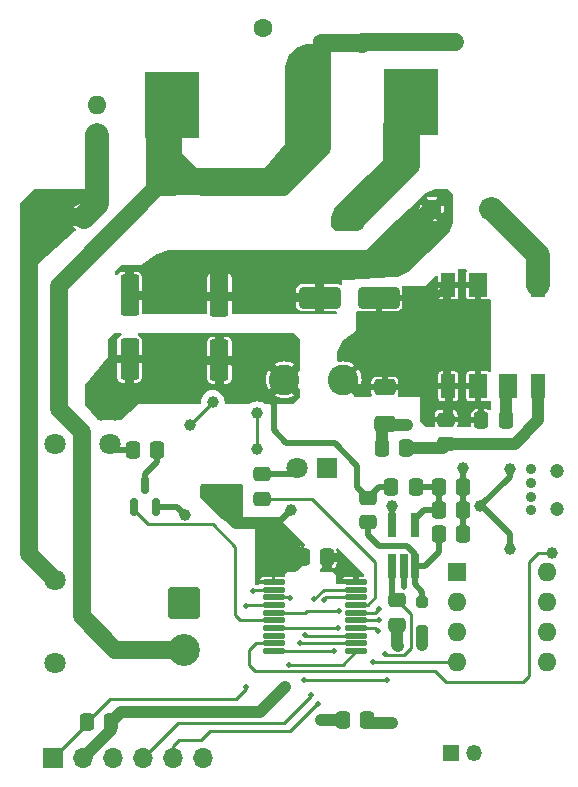
<source format=gtl>
%TF.GenerationSoftware,KiCad,Pcbnew,7.0.8*%
%TF.CreationDate,2024-01-29T20:53:26-05:00*%
%TF.ProjectId,lightlink,6c696768-746c-4696-9e6b-2e6b69636164,rev?*%
%TF.SameCoordinates,Original*%
%TF.FileFunction,Copper,L1,Top*%
%TF.FilePolarity,Positive*%
%FSLAX46Y46*%
G04 Gerber Fmt 4.6, Leading zero omitted, Abs format (unit mm)*
G04 Created by KiCad (PCBNEW 7.0.8) date 2024-01-29 20:53:26*
%MOMM*%
%LPD*%
G01*
G04 APERTURE LIST*
G04 Aperture macros list*
%AMRoundRect*
0 Rectangle with rounded corners*
0 $1 Rounding radius*
0 $2 $3 $4 $5 $6 $7 $8 $9 X,Y pos of 4 corners*
0 Add a 4 corners polygon primitive as box body*
4,1,4,$2,$3,$4,$5,$6,$7,$8,$9,$2,$3,0*
0 Add four circle primitives for the rounded corners*
1,1,$1+$1,$2,$3*
1,1,$1+$1,$4,$5*
1,1,$1+$1,$6,$7*
1,1,$1+$1,$8,$9*
0 Add four rect primitives between the rounded corners*
20,1,$1+$1,$2,$3,$4,$5,0*
20,1,$1+$1,$4,$5,$6,$7,0*
20,1,$1+$1,$6,$7,$8,$9,0*
20,1,$1+$1,$8,$9,$2,$3,0*%
G04 Aperture macros list end*
%TA.AperFunction,SMDPad,CuDef*%
%ADD10RoundRect,0.250000X0.550000X-1.500000X0.550000X1.500000X-0.550000X1.500000X-0.550000X-1.500000X0*%
%TD*%
%TA.AperFunction,ComponentPad*%
%ADD11C,2.000000*%
%TD*%
%TA.AperFunction,SMDPad,CuDef*%
%ADD12RoundRect,0.250000X0.475000X-0.337500X0.475000X0.337500X-0.475000X0.337500X-0.475000X-0.337500X0*%
%TD*%
%TA.AperFunction,SMDPad,CuDef*%
%ADD13RoundRect,0.250000X0.337500X0.475000X-0.337500X0.475000X-0.337500X-0.475000X0.337500X-0.475000X0*%
%TD*%
%TA.AperFunction,SMDPad,CuDef*%
%ADD14R,4.600000X5.700000*%
%TD*%
%TA.AperFunction,ComponentPad*%
%ADD15R,1.800000X1.800000*%
%TD*%
%TA.AperFunction,ComponentPad*%
%ADD16C,1.800000*%
%TD*%
%TA.AperFunction,SMDPad,CuDef*%
%ADD17RoundRect,0.150000X0.150000X-0.587500X0.150000X0.587500X-0.150000X0.587500X-0.150000X-0.587500X0*%
%TD*%
%TA.AperFunction,ComponentPad*%
%ADD18R,1.600000X1.600000*%
%TD*%
%TA.AperFunction,ComponentPad*%
%ADD19O,1.600000X1.600000*%
%TD*%
%TA.AperFunction,SMDPad,CuDef*%
%ADD20RoundRect,0.250000X-0.337500X-0.475000X0.337500X-0.475000X0.337500X0.475000X-0.337500X0.475000X0*%
%TD*%
%TA.AperFunction,SMDPad,CuDef*%
%ADD21RoundRect,0.250000X0.650000X-0.412500X0.650000X0.412500X-0.650000X0.412500X-0.650000X-0.412500X0*%
%TD*%
%TA.AperFunction,ComponentPad*%
%ADD22C,1.600000*%
%TD*%
%TA.AperFunction,ComponentPad*%
%ADD23R,1.350000X1.350000*%
%TD*%
%TA.AperFunction,ComponentPad*%
%ADD24O,1.350000X1.350000*%
%TD*%
%TA.AperFunction,SMDPad,CuDef*%
%ADD25RoundRect,0.250000X-0.475000X0.337500X-0.475000X-0.337500X0.475000X-0.337500X0.475000X0.337500X0*%
%TD*%
%TA.AperFunction,ComponentPad*%
%ADD26R,1.700000X1.700000*%
%TD*%
%TA.AperFunction,ComponentPad*%
%ADD27O,1.700000X1.700000*%
%TD*%
%TA.AperFunction,SMDPad,CuDef*%
%ADD28R,1.170000X2.000000*%
%TD*%
%TA.AperFunction,SMDPad,CuDef*%
%ADD29R,1.520000X2.000000*%
%TD*%
%TA.AperFunction,ComponentPad*%
%ADD30RoundRect,0.250001X-1.099999X1.099999X-1.099999X-1.099999X1.099999X-1.099999X1.099999X1.099999X0*%
%TD*%
%TA.AperFunction,ComponentPad*%
%ADD31C,2.700000*%
%TD*%
%TA.AperFunction,ComponentPad*%
%ADD32C,1.200000*%
%TD*%
%TA.AperFunction,ComponentPad*%
%ADD33C,0.900000*%
%TD*%
%TA.AperFunction,ComponentPad*%
%ADD34C,2.600000*%
%TD*%
%TA.AperFunction,SMDPad,CuDef*%
%ADD35RoundRect,0.250000X-0.250000X0.250000X-0.250000X-0.250000X0.250000X-0.250000X0.250000X0.250000X0*%
%TD*%
%TA.AperFunction,SMDPad,CuDef*%
%ADD36RoundRect,0.250000X1.500000X0.650000X-1.500000X0.650000X-1.500000X-0.650000X1.500000X-0.650000X0*%
%TD*%
%TA.AperFunction,SMDPad,CuDef*%
%ADD37RoundRect,0.125000X-0.825000X-0.125000X0.825000X-0.125000X0.825000X0.125000X-0.825000X0.125000X0*%
%TD*%
%TA.AperFunction,SMDPad,CuDef*%
%ADD38R,0.650000X2.000000*%
%TD*%
%TA.AperFunction,ViaPad*%
%ADD39C,1.000000*%
%TD*%
%TA.AperFunction,ViaPad*%
%ADD40C,0.500000*%
%TD*%
%TA.AperFunction,ViaPad*%
%ADD41C,1.500000*%
%TD*%
%TA.AperFunction,Conductor*%
%ADD42C,1.500000*%
%TD*%
%TA.AperFunction,Conductor*%
%ADD43C,0.500000*%
%TD*%
%TA.AperFunction,Conductor*%
%ADD44C,1.000000*%
%TD*%
%TA.AperFunction,Conductor*%
%ADD45C,0.250000*%
%TD*%
%TA.AperFunction,Conductor*%
%ADD46C,2.000000*%
%TD*%
G04 APERTURE END LIST*
D10*
%TO.P,C4,1*%
%TO.N,+12V*%
X121640000Y-100600000D03*
%TO.P,C4,2*%
%TO.N,GND*%
X121640000Y-95200000D03*
%TD*%
D11*
%TO.P,F1,1*%
%TO.N,LIVE_IN*%
X140290000Y-88600000D03*
%TO.P,F1,2*%
%TO.N,LIVE_IN_FUSED*%
X117790000Y-88600000D03*
%TD*%
D12*
%TO.P,R11,1*%
%TO.N,/microcontroller_logic/DIAG_LED*%
X132840000Y-112437500D03*
%TO.P,R11,2*%
%TO.N,Net-(D4-A)*%
X132840000Y-110362500D03*
%TD*%
D13*
%TO.P,C12,1*%
%TO.N,GND*%
X149877500Y-113400000D03*
%TO.P,C12,2*%
%TO.N,/power/PLI_SENSE*%
X147802500Y-113400000D03*
%TD*%
%TO.P,C11,1*%
%TO.N,GND*%
X149877500Y-115400000D03*
%TO.P,C11,2*%
%TO.N,/power/PLI_VREF*%
X147802500Y-115400000D03*
%TD*%
D10*
%TO.P,C9,1*%
%TO.N,+12V*%
X129240000Y-100700000D03*
%TO.P,C9,2*%
%TO.N,GND*%
X129240000Y-95300000D03*
%TD*%
D14*
%TO.P,J4,1,Pin_1*%
%TO.N,LIVE_IN*%
X145465000Y-78850000D03*
%TD*%
D15*
%TO.P,D4,1,K*%
%TO.N,GND*%
X138375000Y-109800000D03*
D16*
%TO.P,D4,2,A*%
%TO.N,Net-(D4-A)*%
X135835000Y-109800000D03*
%TD*%
D17*
%TO.P,Q1,1,D*%
%TO.N,Net-(Q1-D)*%
X122940000Y-111262500D03*
%TO.P,Q1,2,G*%
%TO.N,/microcontroller_logic/LOAD_SW0*%
X121990000Y-113137500D03*
%TO.P,Q1,3,S*%
%TO.N,GND*%
X123890000Y-113137500D03*
%TD*%
D18*
%TO.P,SW1,1*%
%TO.N,/microcontroller_logic/CHAN_SEL0*%
X149340000Y-118600000D03*
D19*
%TO.P,SW1,2*%
%TO.N,/microcontroller_logic/CHAN_SEL1*%
X149340000Y-121140000D03*
%TO.P,SW1,3*%
%TO.N,/microcontroller_logic/CHAN_SEL2*%
X149340000Y-123680000D03*
%TO.P,SW1,4*%
%TO.N,/microcontroller_logic/CHAN_SEL3*%
X149340000Y-126220000D03*
%TO.P,SW1,5*%
%TO.N,GND*%
X156960000Y-126220000D03*
%TO.P,SW1,6*%
X156960000Y-123680000D03*
%TO.P,SW1,7*%
X156960000Y-121140000D03*
%TO.P,SW1,8*%
X156960000Y-118600000D03*
%TD*%
D20*
%TO.P,R19,1*%
%TO.N,/power/PLI_SENSE*%
X147802500Y-111400000D03*
%TO.P,R19,2*%
%TO.N,GND*%
X149877500Y-111400000D03*
%TD*%
D21*
%TO.P,C3,1*%
%TO.N,/power/12V_FB_DIODE*%
X143240000Y-106125000D03*
%TO.P,C3,2*%
%TO.N,/power/12V_SW*%
X143240000Y-103000000D03*
%TD*%
D18*
%TO.P,C1,1*%
%TO.N,/power/LNK_IN*%
X152242651Y-87900000D03*
D22*
%TO.P,C1,2*%
%TO.N,GND*%
X147242651Y-87900000D03*
%TD*%
D13*
%TO.P,C15,1*%
%TO.N,GND*%
X141777500Y-131200000D03*
%TO.P,C15,2*%
%TO.N,+3.3V*%
X139702500Y-131200000D03*
%TD*%
D23*
%TO.P,J2,1,Pin_1*%
%TO.N,/microcontroller_logic/RF_ANT*%
X148840000Y-134000000D03*
D24*
%TO.P,J2,2,Pin_2*%
%TO.N,GND*%
X150840000Y-134000000D03*
%TD*%
D14*
%TO.P,J5,1,Pin_1*%
%TO.N,NEUTRAL_IN*%
X125240000Y-79100000D03*
%TD*%
D20*
%TO.P,R18,1*%
%TO.N,+12V*%
X143802500Y-111400000D03*
%TO.P,R18,2*%
%TO.N,/power/PLI_SENSE*%
X145877500Y-111400000D03*
%TD*%
D22*
%TO.P,RV1,1*%
%TO.N,/power/live_fbr_in*%
X132940000Y-72550000D03*
%TO.P,RV1,2*%
%TO.N,NEUTRAL_IN*%
X137940000Y-73850000D03*
%TD*%
D12*
%TO.P,R8,1*%
%TO.N,/power/12V_FB*%
X148440000Y-107800000D03*
%TO.P,R8,2*%
%TO.N,/power/12V_SW*%
X148440000Y-105725000D03*
%TD*%
D25*
%TO.P,R16,1*%
%TO.N,+12V*%
X141840000Y-112362500D03*
%TO.P,R16,2*%
%TO.N,/power/PLI_VREF*%
X141840000Y-114437500D03*
%TD*%
D26*
%TO.P,J1,1,Pin_1*%
%TO.N,/microcontroller_logic/VPP*%
X115140000Y-134400000D03*
D27*
%TO.P,J1,2,Pin_2*%
%TO.N,+3.3V*%
X117680000Y-134400000D03*
%TO.P,J1,3,Pin_3*%
%TO.N,GND*%
X120220000Y-134400000D03*
%TO.P,J1,4,Pin_4*%
%TO.N,/microcontroller_logic/ICSPDAT*%
X122760000Y-134400000D03*
%TO.P,J1,5,Pin_5*%
%TO.N,/microcontroller_logic/ICSPCLK*%
X125300000Y-134400000D03*
%TO.P,J1,6,Pin_6*%
%TO.N,unconnected-(J1-Pin_6-Pad6)*%
X127840000Y-134400000D03*
%TD*%
D28*
%TO.P,U3,1,S*%
%TO.N,/power/12V_SW*%
X148630000Y-102900000D03*
D29*
%TO.P,U3,2,S*%
X151170000Y-102900000D03*
%TO.P,U3,3,BP*%
%TO.N,Net-(U3-BP)*%
X153710000Y-102900000D03*
D28*
%TO.P,U3,4,FB*%
%TO.N,/power/12V_FB*%
X156250000Y-102900000D03*
%TO.P,U3,5,D*%
%TO.N,/power/LNK_IN*%
X156250000Y-94300000D03*
D29*
%TO.P,U3,7,S*%
%TO.N,/power/12V_SW*%
X151170000Y-94300000D03*
D28*
%TO.P,U3,8,S*%
X148630000Y-94300000D03*
%TD*%
D20*
%TO.P,R17,1*%
%TO.N,Net-(D6-A)*%
X121902500Y-108300000D03*
%TO.P,R17,2*%
%TO.N,Net-(Q1-D)*%
X123977500Y-108300000D03*
%TD*%
D30*
%TO.P,J3,1,AC_P*%
%TO.N,LIVE_OUT*%
X126240000Y-121240000D03*
D31*
%TO.P,J3,2,AC_N*%
%TO.N,NEUTRAL_IN*%
X126240000Y-125200000D03*
%TD*%
D32*
%TO.P,SW2,*%
%TO.N,*%
X157840000Y-110075000D03*
X157840000Y-113275000D03*
D33*
%TO.P,SW2,1,S1*%
%TO.N,/microcontroller_logic/BUTTON_IN*%
X155640000Y-111100000D03*
%TO.P,SW2,2,L1*%
%TO.N,unconnected-(SW2-L1-Pad2)*%
X155640000Y-109950000D03*
%TO.P,SW2,3,L2*%
%TO.N,unconnected-(SW2-L2-Pad3)*%
X155640000Y-113400000D03*
%TO.P,SW2,4,S2*%
%TO.N,GND*%
X155640000Y-112250000D03*
%TD*%
D34*
%TO.P,L1,1,1*%
%TO.N,/power/12V_SW*%
X139740000Y-102362500D03*
%TO.P,L1,2,2*%
%TO.N,+12V*%
X134740000Y-102362500D03*
%TD*%
D35*
%TO.P,D5,1,K*%
%TO.N,/power/PLI_VREF*%
X146440000Y-121150000D03*
%TO.P,D5,2,A*%
%TO.N,GND*%
X146440000Y-123650000D03*
%TD*%
D13*
%TO.P,C2,1*%
%TO.N,Net-(U3-BP)*%
X153477500Y-105800000D03*
%TO.P,C2,2*%
%TO.N,/power/12V_SW*%
X151402500Y-105800000D03*
%TD*%
%TO.P,R1,1*%
%TO.N,+3.3V*%
X120077500Y-131300000D03*
%TO.P,R1,2*%
%TO.N,/microcontroller_logic/VPP*%
X118002500Y-131300000D03*
%TD*%
%TO.P,R7,1*%
%TO.N,/power/12V_FB*%
X145077500Y-108100000D03*
%TO.P,R7,2*%
%TO.N,/power/12V_FB_DIODE*%
X143002500Y-108100000D03*
%TD*%
D22*
%TO.P,R9,1*%
%TO.N,LIVE_IN_FUSED*%
X118900000Y-81645000D03*
D19*
%TO.P,R9,2*%
%TO.N,/power/live_fbr_in*%
X118900000Y-79105000D03*
%TD*%
D12*
%TO.P,C13,1*%
%TO.N,GND*%
X144290000Y-123087500D03*
%TO.P,C13,2*%
%TO.N,POWER_LOSS_INT*%
X144290000Y-121012500D03*
%TD*%
D36*
%TO.P,D2,1,K*%
%TO.N,/power/12V_SW*%
X142740000Y-95400000D03*
%TO.P,D2,2,A*%
%TO.N,GND*%
X137740000Y-95400000D03*
%TD*%
D13*
%TO.P,C14,1*%
%TO.N,GND*%
X138377500Y-117400000D03*
%TO.P,C14,2*%
%TO.N,+3.3V*%
X136302500Y-117400000D03*
%TD*%
D16*
%TO.P,K1,13*%
%TO.N,LIVE_IN_FUSED*%
X115290000Y-119300000D03*
%TO.P,K1,14*%
%TO.N,LIVE_OUT*%
X115290000Y-126300000D03*
%TO.P,K1,A1*%
%TO.N,+12V*%
X115290000Y-107800000D03*
%TO.P,K1,A2*%
%TO.N,Net-(D6-A)*%
X119990000Y-107800000D03*
%TD*%
D37*
%TO.P,U1,1,VDD*%
%TO.N,+3.3V*%
X133840000Y-119475000D03*
%TO.P,U1,2,RA5*%
%TO.N,/microcontroller_logic/RF_INT*%
X133840000Y-120125000D03*
%TO.P,U1,3,RA4*%
%TO.N,POWER_LOSS_INT*%
X133840000Y-120775000D03*
%TO.P,U1,4,RA3/~{MCLR}/VPP*%
%TO.N,/microcontroller_logic/VPP*%
X133840000Y-121425000D03*
%TO.P,U1,5,RC5*%
%TO.N,/microcontroller_logic/RF_RESET*%
X133840000Y-122075000D03*
%TO.P,U1,6,RC4*%
%TO.N,/microcontroller_logic/LOAD_SW0*%
X133840000Y-122725000D03*
%TO.P,U1,7,RC3*%
%TO.N,/microcontroller_logic/CHAN_SEL3*%
X133840000Y-123375000D03*
%TO.P,U1,8,RC6*%
%TO.N,unconnected-(U1-RC6-Pad8)*%
X133840000Y-124025000D03*
%TO.P,U1,9,RC7*%
%TO.N,/microcontroller_logic/BUTTON_IN*%
X133840000Y-124675000D03*
%TO.P,U1,10,RB7*%
%TO.N,/microcontroller_logic/SPI_CS*%
X133840000Y-125325000D03*
%TO.P,U1,11,RB6*%
%TO.N,/microcontroller_logic/SPI_MISO*%
X140840000Y-125325000D03*
%TO.P,U1,12,RB5*%
%TO.N,/microcontroller_logic/SPI_MOSI*%
X140840000Y-124675000D03*
%TO.P,U1,13,RB4*%
%TO.N,/microcontroller_logic/SPI_CLK*%
X140840000Y-124025000D03*
%TO.P,U1,14,RC2*%
%TO.N,/microcontroller_logic/CHAN_SEL2*%
X140840000Y-123375000D03*
%TO.P,U1,15,RC1*%
%TO.N,/microcontroller_logic/CHAN_SEL1*%
X140840000Y-122725000D03*
%TO.P,U1,16,RC0*%
%TO.N,/microcontroller_logic/CHAN_SEL0*%
X140840000Y-122075000D03*
%TO.P,U1,17,RA2*%
%TO.N,/microcontroller_logic/DIAG_LED*%
X140840000Y-121425000D03*
%TO.P,U1,18,RA1/ICSPCLK*%
%TO.N,/microcontroller_logic/ICSPCLK*%
X140840000Y-120775000D03*
%TO.P,U1,19,RA0/ICSPDAT*%
%TO.N,/microcontroller_logic/ICSPDAT*%
X140840000Y-120125000D03*
%TO.P,U1,20,VSS*%
%TO.N,GND*%
X140840000Y-119475000D03*
%TD*%
D38*
%TO.P,U5,1*%
%TO.N,POWER_LOSS_INT*%
X143890000Y-118110000D03*
%TO.P,U5,2,V-*%
%TO.N,GND*%
X144840000Y-118110000D03*
%TO.P,U5,3,+*%
%TO.N,/power/PLI_VREF*%
X145790000Y-118110000D03*
%TO.P,U5,4,-*%
%TO.N,/power/PLI_SENSE*%
X145790000Y-114690000D03*
%TO.P,U5,5,V+*%
%TO.N,+3.3V*%
X143890000Y-114690000D03*
%TD*%
D39*
%TO.N,GND*%
X125940000Y-93600000D03*
X149840000Y-109800000D03*
X130840000Y-92600000D03*
X144340000Y-124900000D03*
X146440000Y-124800000D03*
D40*
X140690000Y-118500000D03*
X140090000Y-117906233D03*
D39*
X126340000Y-113775500D03*
X124740000Y-92400000D03*
X127240000Y-92400000D03*
X124740000Y-93600000D03*
X123540000Y-93600000D03*
X143840000Y-131400000D03*
X128440000Y-92400000D03*
X127240000Y-93600000D03*
X131600000Y-93700000D03*
D40*
X144840000Y-119900000D03*
D39*
X125940000Y-92400000D03*
%TO.N,+12V*%
X121040000Y-104200000D03*
X119840000Y-104200000D03*
X120440000Y-105300000D03*
X118640000Y-104200000D03*
X119240000Y-105300000D03*
%TO.N,+3.3V*%
X143890000Y-113050000D03*
X137840000Y-131200000D03*
X133440000Y-118100000D03*
X130640000Y-112200000D03*
X153840000Y-109900000D03*
X153877500Y-116650000D03*
X128340000Y-112200000D03*
X132440000Y-105200000D03*
X134793249Y-128346751D03*
X135340000Y-113400000D03*
X132440000Y-108200000D03*
X151340000Y-113050000D03*
D40*
%TO.N,POWER_LOSS_INT*%
X143240000Y-125600000D03*
X135240000Y-120800000D03*
X143440000Y-127800000D03*
X136440000Y-127800000D03*
D39*
%TO.N,/microcontroller_logic/BUTTON_IN*%
X157440000Y-117000000D03*
D41*
%TO.N,NEUTRAL_IN*%
X149240000Y-73800000D03*
D40*
%TO.N,/microcontroller_logic/VPP*%
X131490000Y-128400000D03*
X131490000Y-121500000D03*
%TO.N,/microcontroller_logic/ICSPDAT*%
X137040000Y-129050000D03*
X137240000Y-120950000D03*
%TO.N,/microcontroller_logic/ICSPCLK*%
X137640000Y-129850000D03*
X138090000Y-121000000D03*
%TO.N,/microcontroller_logic/CHAN_SEL3*%
X139264500Y-123350000D03*
X142290000Y-126250000D03*
%TO.N,/microcontroller_logic/CHAN_SEL2*%
X142690000Y-123600000D03*
%TO.N,/microcontroller_logic/CHAN_SEL1*%
X142740000Y-122700000D03*
%TO.N,/microcontroller_logic/CHAN_SEL0*%
X142740000Y-121800000D03*
%TO.N,/microcontroller_logic/RF_INT*%
X132090000Y-120250000D03*
%TO.N,/microcontroller_logic/RF_RESET*%
X139340000Y-121900000D03*
%TO.N,/microcontroller_logic/SPI_CS*%
X138990000Y-125350000D03*
%TO.N,/microcontroller_logic/SPI_MISO*%
X135140000Y-126475500D03*
%TO.N,/microcontroller_logic/SPI_MOSI*%
X136090000Y-124650000D03*
%TO.N,/microcontroller_logic/SPI_CLK*%
X136540000Y-123950000D03*
D39*
%TO.N,/power/12V_FB_DIODE*%
X145122134Y-106158614D03*
%TO.N,/power/3v3_SW*%
X128690000Y-104250000D03*
X126740000Y-106200000D03*
%TD*%
D42*
%TO.N,GND*%
X147242651Y-87900000D02*
X142542651Y-92600000D01*
D43*
X149877500Y-115400000D02*
X149877500Y-109837500D01*
D44*
X144290000Y-123087500D02*
X144290000Y-124850000D01*
X141977500Y-131400000D02*
X141777500Y-131200000D01*
D45*
X139340000Y-117400000D02*
X138377500Y-117400000D01*
D44*
X143840000Y-131400000D02*
X141977500Y-131400000D01*
D43*
X123890000Y-113137500D02*
X125702000Y-113137500D01*
X125702000Y-113137500D02*
X126340000Y-113775500D01*
D44*
X146440000Y-124800000D02*
X146440000Y-123650000D01*
D42*
X129240000Y-93000000D02*
X129240000Y-95300000D01*
X142542651Y-92600000D02*
X129640000Y-92600000D01*
X128440000Y-92400000D02*
X129240000Y-93000000D01*
D45*
X140840000Y-118900000D02*
X139340000Y-117400000D01*
D43*
X144840000Y-118110000D02*
X144840000Y-119900000D01*
D45*
X140840000Y-119475000D02*
X140840000Y-118900000D01*
D43*
X149877500Y-109837500D02*
X149840000Y-109800000D01*
D44*
X144290000Y-124850000D02*
X144340000Y-124900000D01*
D42*
X129640000Y-92600000D02*
X128440000Y-92400000D01*
D44*
%TO.N,Net-(U3-BP)*%
X153477500Y-105800000D02*
X153477500Y-103132500D01*
X153477500Y-103132500D02*
X153710000Y-102900000D01*
D43*
%TO.N,+12V*%
X142802500Y-111400000D02*
X141840000Y-112362500D01*
X134900000Y-107700000D02*
X133840000Y-106640000D01*
X143802500Y-111400000D02*
X142802500Y-111400000D01*
X140940000Y-111462500D02*
X140940000Y-109640000D01*
X133840000Y-106640000D02*
X133840000Y-104400000D01*
X133840000Y-104400000D02*
X130140000Y-100700000D01*
X140940000Y-109640000D02*
X139000000Y-107700000D01*
X141840000Y-112362500D02*
X140940000Y-111462500D01*
X139000000Y-107700000D02*
X134900000Y-107700000D01*
X130140000Y-100700000D02*
X129240000Y-100700000D01*
%TO.N,+3.3V*%
X143940000Y-113000000D02*
X143890000Y-113050000D01*
X151490000Y-113050000D02*
X151340000Y-113050000D01*
D44*
X120927500Y-130450000D02*
X120077500Y-131300000D01*
X133440000Y-118100000D02*
X135602500Y-118100000D01*
D43*
X153877500Y-115437500D02*
X151490000Y-113050000D01*
D44*
X133402500Y-114500000D02*
X134071250Y-115168750D01*
X135602500Y-118100000D02*
X136302500Y-117400000D01*
X134071250Y-115168750D02*
X135821250Y-116918750D01*
D43*
X134071250Y-114668750D02*
X134071250Y-115168750D01*
D45*
X132440000Y-108200000D02*
X132440000Y-105200000D01*
D43*
X153877500Y-116650000D02*
X153877500Y-115437500D01*
X153840000Y-110550000D02*
X153840000Y-109900000D01*
D44*
X129590000Y-113450000D02*
X130640000Y-114500000D01*
X130640000Y-112400000D02*
X129590000Y-113450000D01*
X128340000Y-112200000D02*
X129590000Y-113450000D01*
D43*
X143890000Y-114690000D02*
X143890000Y-113050000D01*
X151340000Y-113050000D02*
X153840000Y-110550000D01*
D44*
X132690000Y-130450000D02*
X120927500Y-130450000D01*
X120077500Y-132002500D02*
X120077500Y-131300000D01*
X130640000Y-112200000D02*
X130640000Y-112400000D01*
X135821250Y-116918750D02*
X135821250Y-117881250D01*
D43*
X135340000Y-113400000D02*
X134071250Y-114668750D01*
D44*
X130640000Y-114500000D02*
X133402500Y-114500000D01*
X117680000Y-134400000D02*
X120077500Y-132002500D01*
X134793249Y-128346751D02*
X132690000Y-130450000D01*
X139702500Y-131200000D02*
X137840000Y-131200000D01*
D43*
%TO.N,POWER_LOSS_INT*%
X143840000Y-121362500D02*
X143840000Y-118160000D01*
D45*
X145440000Y-125100000D02*
X145440000Y-122162500D01*
X135215000Y-120775000D02*
X135240000Y-120800000D01*
X133840000Y-120775000D02*
X135215000Y-120775000D01*
X143340000Y-125700000D02*
X144840000Y-125700000D01*
X143240000Y-125600000D02*
X143340000Y-125700000D01*
X144840000Y-125700000D02*
X145440000Y-125100000D01*
X136440000Y-127800000D02*
X143440000Y-127800000D01*
D43*
X143840000Y-118160000D02*
X143890000Y-118110000D01*
D45*
X145440000Y-122162500D02*
X144290000Y-121012500D01*
%TO.N,/microcontroller_logic/BUTTON_IN*%
X154990000Y-127950000D02*
X155490000Y-127450000D01*
X132290000Y-127050000D02*
X147540000Y-127050000D01*
X133840000Y-124675000D02*
X132315000Y-124675000D01*
X131790000Y-125200000D02*
X131790000Y-126550000D01*
X156240000Y-117000000D02*
X157440000Y-117000000D01*
X147540000Y-127050000D02*
X148440000Y-127950000D01*
X155490000Y-127450000D02*
X155490000Y-117750000D01*
X148440000Y-127950000D02*
X154990000Y-127950000D01*
X132315000Y-124675000D02*
X131790000Y-125200000D01*
X131790000Y-126550000D02*
X132290000Y-127050000D01*
X155490000Y-117750000D02*
X156240000Y-117000000D01*
D42*
%TO.N,NEUTRAL_IN*%
X117640000Y-122400000D02*
X120440000Y-125200000D01*
X125240000Y-79100000D02*
X125240000Y-83400000D01*
X141440000Y-73800000D02*
X149240000Y-73800000D01*
X126540000Y-84700000D02*
X127840000Y-86000000D01*
X125240000Y-83400000D02*
X126540000Y-84700000D01*
X137940000Y-82700000D02*
X137940000Y-73850000D01*
X141290000Y-73850000D02*
X141340000Y-73900000D01*
X125340000Y-84700000D02*
X115640000Y-94400000D01*
X137940000Y-73850000D02*
X141290000Y-73850000D01*
X126540000Y-84700000D02*
X125340000Y-84700000D01*
X120440000Y-125200000D02*
X126240000Y-125200000D01*
X127840000Y-86000000D02*
X134640000Y-86000000D01*
X141340000Y-73900000D02*
X141440000Y-73800000D01*
X115640000Y-94400000D02*
X115640000Y-104800000D01*
X134640000Y-86000000D02*
X137940000Y-82700000D01*
X115640000Y-104800000D02*
X117640000Y-106800000D01*
X117640000Y-106800000D02*
X117640000Y-122400000D01*
D43*
%TO.N,Net-(D4-A)*%
X132840000Y-110362500D02*
X135272500Y-110362500D01*
X135272500Y-110362500D02*
X135835000Y-109800000D01*
%TO.N,Net-(D6-A)*%
X120290000Y-108300000D02*
X119640000Y-107650000D01*
X121902500Y-108300000D02*
X120490000Y-108300000D01*
X120490000Y-108300000D02*
X119990000Y-107800000D01*
D42*
%TO.N,LIVE_IN*%
X141100000Y-88600000D02*
X140290000Y-88600000D01*
X145465000Y-84235000D02*
X141100000Y-88600000D01*
X145465000Y-78850000D02*
X145465000Y-84235000D01*
D46*
%TO.N,LIVE_IN_FUSED*%
X117790000Y-88600000D02*
X118900000Y-87490000D01*
D42*
X117790000Y-88600000D02*
X114640000Y-88600000D01*
X114640000Y-88600000D02*
X113090000Y-90150000D01*
D46*
X118900000Y-87490000D02*
X118900000Y-81645000D01*
D42*
X113090000Y-90150000D02*
X113090000Y-117100000D01*
X113090000Y-117100000D02*
X115290000Y-119300000D01*
D45*
%TO.N,/microcontroller_logic/VPP*%
X131490000Y-128400000D02*
X131490000Y-128550000D01*
X118002500Y-131300000D02*
X118002500Y-131537500D01*
X133840000Y-121425000D02*
X131565000Y-121425000D01*
X131490000Y-128550000D02*
X130690000Y-129350000D01*
X130690000Y-129350000D02*
X119952500Y-129350000D01*
X119952500Y-129350000D02*
X118002500Y-131300000D01*
X118002500Y-131537500D02*
X115140000Y-134400000D01*
X131565000Y-121425000D02*
X131490000Y-121500000D01*
%TO.N,/microcontroller_logic/ICSPDAT*%
X137040000Y-129150000D02*
X134740000Y-131450000D01*
X137040000Y-129050000D02*
X137040000Y-129150000D01*
X134740000Y-131450000D02*
X125710000Y-131450000D01*
X125710000Y-131450000D02*
X122760000Y-134400000D01*
X138065000Y-120125000D02*
X137240000Y-120950000D01*
X140840000Y-120125000D02*
X138065000Y-120125000D01*
%TO.N,/microcontroller_logic/ICSPCLK*%
X137640000Y-129850000D02*
X137490000Y-129850000D01*
X128479946Y-132100000D02*
X127679946Y-132900000D01*
X125300000Y-133390000D02*
X125300000Y-134400000D01*
X138315000Y-120775000D02*
X138090000Y-121000000D01*
X125790000Y-132900000D02*
X125300000Y-133390000D01*
X127679946Y-132900000D02*
X125790000Y-132900000D01*
X137490000Y-129850000D02*
X135240000Y-132100000D01*
X135240000Y-132100000D02*
X128479946Y-132100000D01*
X140840000Y-120775000D02*
X138315000Y-120775000D01*
D43*
%TO.N,Net-(Q1-D)*%
X122940000Y-110350000D02*
X123977500Y-109312500D01*
X123977500Y-109312500D02*
X123977500Y-108300000D01*
X122940000Y-111262500D02*
X122940000Y-110350000D01*
D45*
X122940000Y-111262500D02*
X122940000Y-110600000D01*
%TO.N,/microcontroller_logic/LOAD_SW0*%
X131015000Y-122725000D02*
X130590000Y-122300000D01*
X130590000Y-116500000D02*
X128690000Y-114600000D01*
X123190000Y-114600000D02*
X121990000Y-113400000D01*
X128690000Y-114600000D02*
X123190000Y-114600000D01*
X133840000Y-122725000D02*
X131015000Y-122725000D01*
X130590000Y-122300000D02*
X130590000Y-116500000D01*
X121990000Y-113400000D02*
X121990000Y-113137500D01*
%TO.N,/microcontroller_logic/CHAN_SEL3*%
X142290000Y-126250000D02*
X142320000Y-126220000D01*
X133840000Y-123375000D02*
X139239500Y-123375000D01*
X139239500Y-123375000D02*
X139264500Y-123350000D01*
X142320000Y-126220000D02*
X149340000Y-126220000D01*
%TO.N,/microcontroller_logic/CHAN_SEL2*%
X142465000Y-123375000D02*
X142690000Y-123600000D01*
X140840000Y-123375000D02*
X142465000Y-123375000D01*
%TO.N,/microcontroller_logic/CHAN_SEL1*%
X142715000Y-122725000D02*
X142740000Y-122700000D01*
X140840000Y-122725000D02*
X142715000Y-122725000D01*
%TO.N,/microcontroller_logic/CHAN_SEL0*%
X142465000Y-122075000D02*
X142740000Y-121800000D01*
X140840000Y-122075000D02*
X142465000Y-122075000D01*
%TO.N,/microcontroller_logic/DIAG_LED*%
X142440000Y-117750000D02*
X137127500Y-112437500D01*
X140840000Y-121425000D02*
X141790000Y-121425000D01*
X141790000Y-121425000D02*
X142440000Y-120775000D01*
X137127500Y-112437500D02*
X132840000Y-112437500D01*
X142440000Y-120775000D02*
X142440000Y-117750000D01*
%TO.N,/microcontroller_logic/RF_INT*%
X133840000Y-120125000D02*
X132215000Y-120125000D01*
X132215000Y-120125000D02*
X132090000Y-120250000D01*
%TO.N,/microcontroller_logic/RF_RESET*%
X136465000Y-122075000D02*
X136640000Y-121900000D01*
X133840000Y-122075000D02*
X136465000Y-122075000D01*
X136640000Y-121900000D02*
X139340000Y-121900000D01*
%TO.N,/microcontroller_logic/SPI_CS*%
X133840000Y-125325000D02*
X138965000Y-125325000D01*
X138965000Y-125325000D02*
X138990000Y-125350000D01*
%TO.N,/microcontroller_logic/SPI_MISO*%
X140840000Y-125325000D02*
X139689500Y-126475500D01*
X139689500Y-126475500D02*
X135140000Y-126475500D01*
%TO.N,/microcontroller_logic/SPI_MOSI*%
X140840000Y-124675000D02*
X136115000Y-124675000D01*
X136115000Y-124675000D02*
X136090000Y-124650000D01*
%TO.N,/microcontroller_logic/SPI_CLK*%
X136615000Y-124025000D02*
X136540000Y-123950000D01*
X140840000Y-124025000D02*
X136615000Y-124025000D01*
D46*
%TO.N,/power/LNK_IN*%
X152242651Y-87900000D02*
X152340000Y-87900000D01*
X152340000Y-87900000D02*
X156250000Y-91810000D01*
X156250000Y-91810000D02*
X156250000Y-94300000D01*
D43*
%TO.N,/power/12V_SW*%
X147467500Y-95462500D02*
X148630000Y-94300000D01*
X147405000Y-95400000D02*
X142740000Y-95400000D01*
X142840000Y-103000000D02*
X139877500Y-103000000D01*
X139877500Y-103000000D02*
X139240000Y-102362500D01*
X142977500Y-102862500D02*
X142840000Y-103000000D01*
X147467500Y-95462500D02*
X147405000Y-95400000D01*
X148802500Y-103302500D02*
X148400000Y-102900000D01*
X148400000Y-94300000D02*
X148400000Y-102900000D01*
D44*
X150877500Y-102962500D02*
X150940000Y-102900000D01*
D43*
X148802500Y-105800000D02*
X148802500Y-103302500D01*
D44*
%TO.N,/power/12V_FB_DIODE*%
X143002500Y-106362500D02*
X143240000Y-106125000D01*
X142873614Y-106158614D02*
X142840000Y-106125000D01*
X145122134Y-106158614D02*
X142873614Y-106158614D01*
X143002500Y-108100000D02*
X143002500Y-106362500D01*
D45*
%TO.N,/power/3v3_SW*%
X128690000Y-104250000D02*
X126740000Y-106200000D01*
D43*
%TO.N,/power/PLI_VREF*%
X141840000Y-115500000D02*
X142740000Y-116400000D01*
X147802500Y-115400000D02*
X147802500Y-116937500D01*
X145091396Y-116400000D02*
X145790000Y-117098604D01*
X141840000Y-114437500D02*
X141840000Y-115500000D01*
X146630000Y-118110000D02*
X145790000Y-118110000D01*
X146440000Y-121150000D02*
X146440000Y-120300000D01*
X145790000Y-119650000D02*
X145790000Y-118110000D01*
X146440000Y-120300000D02*
X145790000Y-119650000D01*
X145790000Y-117098604D02*
X145790000Y-118110000D01*
X142740000Y-116400000D02*
X145091396Y-116400000D01*
X147802500Y-116937500D02*
X146630000Y-118110000D01*
%TO.N,/power/PLI_SENSE*%
X146540000Y-113400000D02*
X145790000Y-114150000D01*
X145790000Y-114150000D02*
X145790000Y-114690000D01*
X146540000Y-113400000D02*
X147802500Y-113400000D01*
X145877500Y-111400000D02*
X147802500Y-111400000D01*
X147802500Y-113400000D02*
X147802500Y-111400000D01*
D44*
%TO.N,/power/12V_FB*%
X148440000Y-107800000D02*
X154240000Y-107800000D01*
X156250000Y-105790000D02*
X156250000Y-102900000D01*
X145077500Y-108100000D02*
X148140000Y-108100000D01*
X148140000Y-108100000D02*
X148440000Y-107800000D01*
X154240000Y-107800000D02*
X156250000Y-105790000D01*
%TD*%
%TA.AperFunction,Conductor*%
%TO.N,/power/12V_SW*%
G36*
X150144833Y-93019685D02*
G01*
X150190588Y-93072489D01*
X150200532Y-93141647D01*
X150180896Y-93192891D01*
X150174504Y-93202455D01*
X150174503Y-93202459D01*
X150160000Y-93275371D01*
X150160000Y-94050000D01*
X151296000Y-94050000D01*
X151363039Y-94069685D01*
X151408794Y-94122489D01*
X151420000Y-94174000D01*
X151420000Y-95550000D01*
X151954626Y-95550000D01*
X151954628Y-95549999D01*
X152027540Y-95535496D01*
X152027541Y-95535496D01*
X152047108Y-95522422D01*
X152113786Y-95501544D01*
X152181166Y-95520028D01*
X152227856Y-95572006D01*
X152240000Y-95625524D01*
X152240000Y-101574475D01*
X152220315Y-101641514D01*
X152167511Y-101687269D01*
X152098353Y-101697213D01*
X152047111Y-101677578D01*
X152027546Y-101664505D01*
X152027540Y-101664503D01*
X151954627Y-101650000D01*
X151420000Y-101650000D01*
X151420000Y-104150000D01*
X151954626Y-104150000D01*
X151954628Y-104149999D01*
X152027540Y-104135496D01*
X152027541Y-104135496D01*
X152047108Y-104122422D01*
X152113786Y-104101544D01*
X152181166Y-104120028D01*
X152227856Y-104172006D01*
X152240000Y-104225524D01*
X152240000Y-104826997D01*
X152220315Y-104894036D01*
X152167511Y-104939791D01*
X152098353Y-104949735D01*
X152041689Y-104926263D01*
X151982093Y-104881649D01*
X151982086Y-104881645D01*
X151847379Y-104831403D01*
X151847372Y-104831401D01*
X151787844Y-104825000D01*
X151652500Y-104825000D01*
X151652500Y-105926000D01*
X151632815Y-105993039D01*
X151580011Y-106038794D01*
X151528500Y-106050000D01*
X150565000Y-106050000D01*
X150565000Y-106276000D01*
X150545315Y-106343039D01*
X150492511Y-106388794D01*
X150441000Y-106400000D01*
X149501360Y-106400000D01*
X149434321Y-106380315D01*
X149388566Y-106327511D01*
X149378622Y-106258353D01*
X149385178Y-106232666D01*
X149408597Y-106169876D01*
X149408598Y-106169872D01*
X149414999Y-106110344D01*
X149415000Y-106110327D01*
X149415000Y-105975000D01*
X147465000Y-105975000D01*
X147465000Y-106110344D01*
X147471401Y-106169872D01*
X147471402Y-106169876D01*
X147494822Y-106232666D01*
X147499806Y-106302358D01*
X147466322Y-106363681D01*
X147404999Y-106397166D01*
X147378640Y-106400000D01*
X146791362Y-106400000D01*
X146724323Y-106380315D01*
X146703681Y-106363681D01*
X146276319Y-105936319D01*
X146242834Y-105874996D01*
X146240000Y-105848638D01*
X146240000Y-105550000D01*
X150565000Y-105550000D01*
X151152500Y-105550000D01*
X151152500Y-104825000D01*
X151017155Y-104825000D01*
X150957627Y-104831401D01*
X150957620Y-104831403D01*
X150822913Y-104881645D01*
X150822906Y-104881649D01*
X150707812Y-104967809D01*
X150707809Y-104967812D01*
X150621649Y-105082906D01*
X150621645Y-105082913D01*
X150571403Y-105217620D01*
X150571401Y-105217627D01*
X150565000Y-105277155D01*
X150565000Y-105550000D01*
X146240000Y-105550000D01*
X146240000Y-105475000D01*
X147465000Y-105475000D01*
X148190000Y-105475000D01*
X148190000Y-104887500D01*
X148690000Y-104887500D01*
X148690000Y-105475000D01*
X149415000Y-105475000D01*
X149415000Y-105339672D01*
X149414999Y-105339655D01*
X149408598Y-105280127D01*
X149408596Y-105280120D01*
X149358354Y-105145413D01*
X149358350Y-105145406D01*
X149272190Y-105030312D01*
X149272187Y-105030309D01*
X149157093Y-104944149D01*
X149157086Y-104944145D01*
X149022379Y-104893903D01*
X149022372Y-104893901D01*
X148962844Y-104887500D01*
X148690000Y-104887500D01*
X148190000Y-104887500D01*
X147917155Y-104887500D01*
X147857627Y-104893901D01*
X147857620Y-104893903D01*
X147722913Y-104944145D01*
X147722906Y-104944149D01*
X147607812Y-105030309D01*
X147607809Y-105030312D01*
X147521649Y-105145406D01*
X147521645Y-105145413D01*
X147471403Y-105280120D01*
X147471401Y-105280127D01*
X147465000Y-105339655D01*
X147465000Y-105475000D01*
X146240000Y-105475000D01*
X146240000Y-104300000D01*
X146240000Y-103800000D01*
X145740000Y-103800000D01*
X144457712Y-103800000D01*
X144390673Y-103780315D01*
X144344918Y-103727511D01*
X144334974Y-103658353D01*
X144341530Y-103632667D01*
X144383596Y-103519879D01*
X144383598Y-103519872D01*
X144389999Y-103460344D01*
X144390000Y-103460327D01*
X144390000Y-103250000D01*
X142090000Y-103250000D01*
X142090000Y-103460344D01*
X142096401Y-103519872D01*
X142096403Y-103519879D01*
X142138470Y-103632667D01*
X142143454Y-103702359D01*
X142109969Y-103763682D01*
X142048645Y-103797166D01*
X142022288Y-103800000D01*
X140766652Y-103800000D01*
X140699613Y-103780315D01*
X140653858Y-103727511D01*
X140643512Y-103661425D01*
X140647942Y-103623994D01*
X139987534Y-102963586D01*
X140055629Y-102936626D01*
X140188492Y-102840095D01*
X140293175Y-102713555D01*
X140341631Y-102610579D01*
X141001494Y-103270442D01*
X141075302Y-103150000D01*
X147795000Y-103150000D01*
X147795000Y-103924628D01*
X147809503Y-103997540D01*
X147809505Y-103997544D01*
X147864760Y-104080239D01*
X147947455Y-104135494D01*
X147947459Y-104135496D01*
X148020371Y-104149999D01*
X148020374Y-104150000D01*
X148380000Y-104150000D01*
X148380000Y-103150000D01*
X148880000Y-103150000D01*
X148880000Y-104150000D01*
X149239626Y-104150000D01*
X149239628Y-104149999D01*
X149312540Y-104135496D01*
X149312544Y-104135494D01*
X149395239Y-104080239D01*
X149450494Y-103997544D01*
X149450496Y-103997540D01*
X149464999Y-103924628D01*
X149465000Y-103924626D01*
X149465000Y-103150000D01*
X150160000Y-103150000D01*
X150160000Y-103924628D01*
X150174503Y-103997540D01*
X150174505Y-103997544D01*
X150229760Y-104080239D01*
X150312455Y-104135494D01*
X150312459Y-104135496D01*
X150385371Y-104149999D01*
X150385374Y-104150000D01*
X150920000Y-104150000D01*
X150920000Y-103150000D01*
X150160000Y-103150000D01*
X149465000Y-103150000D01*
X148880000Y-103150000D01*
X148380000Y-103150000D01*
X147795000Y-103150000D01*
X141075302Y-103150000D01*
X141125331Y-103068361D01*
X141218696Y-102842957D01*
X141241013Y-102750000D01*
X142090000Y-102750000D01*
X142990000Y-102750000D01*
X142990000Y-102087500D01*
X143490000Y-102087500D01*
X143490000Y-102750000D01*
X144390000Y-102750000D01*
X144390000Y-102650000D01*
X147795000Y-102650000D01*
X148380000Y-102650000D01*
X148380000Y-101650000D01*
X148880000Y-101650000D01*
X148880000Y-102650000D01*
X149465000Y-102650000D01*
X150160000Y-102650000D01*
X150920000Y-102650000D01*
X150920000Y-101650000D01*
X150385373Y-101650000D01*
X150312459Y-101664503D01*
X150312455Y-101664505D01*
X150229760Y-101719760D01*
X150174505Y-101802455D01*
X150174503Y-101802459D01*
X150160000Y-101875371D01*
X150160000Y-102650000D01*
X149465000Y-102650000D01*
X149465000Y-101875373D01*
X149464999Y-101875371D01*
X149450496Y-101802459D01*
X149450494Y-101802455D01*
X149395239Y-101719760D01*
X149312544Y-101664505D01*
X149312540Y-101664503D01*
X149239627Y-101650000D01*
X148880000Y-101650000D01*
X148380000Y-101650000D01*
X148020373Y-101650000D01*
X147947459Y-101664503D01*
X147947455Y-101664505D01*
X147864760Y-101719760D01*
X147809505Y-101802455D01*
X147809503Y-101802459D01*
X147795000Y-101875371D01*
X147795000Y-102650000D01*
X144390000Y-102650000D01*
X144390000Y-102539672D01*
X144389999Y-102539655D01*
X144383598Y-102480127D01*
X144383596Y-102480120D01*
X144333354Y-102345413D01*
X144333350Y-102345406D01*
X144247190Y-102230312D01*
X144247187Y-102230309D01*
X144132093Y-102144149D01*
X144132086Y-102144145D01*
X143997379Y-102093903D01*
X143997372Y-102093901D01*
X143937844Y-102087500D01*
X143490000Y-102087500D01*
X142990000Y-102087500D01*
X142542155Y-102087500D01*
X142482627Y-102093901D01*
X142482620Y-102093903D01*
X142347913Y-102144145D01*
X142347906Y-102144149D01*
X142232812Y-102230309D01*
X142232809Y-102230312D01*
X142146649Y-102345406D01*
X142146645Y-102345413D01*
X142096403Y-102480120D01*
X142096401Y-102480127D01*
X142090000Y-102539655D01*
X142090000Y-102750000D01*
X141241013Y-102750000D01*
X141275651Y-102605719D01*
X141294792Y-102362500D01*
X141275651Y-102119280D01*
X141218696Y-101882042D01*
X141125331Y-101656638D01*
X141001494Y-101454556D01*
X140342546Y-102113504D01*
X140332812Y-102083544D01*
X140244814Y-101944881D01*
X140125097Y-101832460D01*
X139990488Y-101758457D01*
X140647942Y-101101004D01*
X140445861Y-100977168D01*
X140220457Y-100883803D01*
X139983219Y-100826848D01*
X139983220Y-100826848D01*
X139740000Y-100807707D01*
X139496779Y-100826848D01*
X139392947Y-100851776D01*
X139323164Y-100848285D01*
X139266347Y-100807621D01*
X139240534Y-100742694D01*
X139240000Y-100731202D01*
X139240000Y-99929272D01*
X139253091Y-99873818D01*
X139626910Y-99126179D01*
X139663414Y-99082439D01*
X140440000Y-98500000D01*
X140840000Y-98200000D01*
X140840000Y-96613049D01*
X140859685Y-96546010D01*
X140912489Y-96500255D01*
X140981647Y-96490311D01*
X141007334Y-96496867D01*
X141132623Y-96543597D01*
X141132627Y-96543598D01*
X141192155Y-96549999D01*
X141192172Y-96550000D01*
X142490000Y-96550000D01*
X142490000Y-95650000D01*
X142990000Y-95650000D01*
X142990000Y-96550000D01*
X144287828Y-96550000D01*
X144287844Y-96549999D01*
X144347372Y-96543598D01*
X144347379Y-96543596D01*
X144482086Y-96493354D01*
X144482093Y-96493350D01*
X144597187Y-96407190D01*
X144597190Y-96407187D01*
X144683350Y-96292093D01*
X144683354Y-96292086D01*
X144733596Y-96157379D01*
X144733598Y-96157372D01*
X144739999Y-96097844D01*
X144740000Y-96097827D01*
X144740000Y-95650000D01*
X142990000Y-95650000D01*
X142490000Y-95650000D01*
X142490000Y-95274000D01*
X142509685Y-95206961D01*
X142562489Y-95161206D01*
X142614000Y-95150000D01*
X144740000Y-95150000D01*
X144740000Y-94702172D01*
X144739999Y-94702155D01*
X144733598Y-94642627D01*
X144733597Y-94642623D01*
X144705516Y-94567334D01*
X144704276Y-94550000D01*
X147795000Y-94550000D01*
X147795000Y-95324628D01*
X147809503Y-95397540D01*
X147809505Y-95397544D01*
X147864760Y-95480239D01*
X147947455Y-95535494D01*
X147947459Y-95535496D01*
X148020371Y-95549999D01*
X148020374Y-95550000D01*
X148380000Y-95550000D01*
X148380000Y-94550000D01*
X148880000Y-94550000D01*
X148880000Y-95550000D01*
X149239626Y-95550000D01*
X149239628Y-95549999D01*
X149312540Y-95535496D01*
X149312544Y-95535494D01*
X149395239Y-95480239D01*
X149450494Y-95397544D01*
X149450496Y-95397540D01*
X149464999Y-95324628D01*
X149465000Y-95324626D01*
X149465000Y-94550000D01*
X150160000Y-94550000D01*
X150160000Y-95324628D01*
X150174503Y-95397540D01*
X150174505Y-95397544D01*
X150229760Y-95480239D01*
X150312455Y-95535494D01*
X150312459Y-95535496D01*
X150385371Y-95549999D01*
X150385374Y-95550000D01*
X150920000Y-95550000D01*
X150920000Y-94550000D01*
X150160000Y-94550000D01*
X149465000Y-94550000D01*
X148880000Y-94550000D01*
X148380000Y-94550000D01*
X147795000Y-94550000D01*
X144704276Y-94550000D01*
X144700532Y-94497642D01*
X144734017Y-94436319D01*
X144795340Y-94402834D01*
X144821698Y-94400000D01*
X146139998Y-94400000D01*
X146140000Y-94400000D01*
X146640000Y-94400000D01*
X147589347Y-93569320D01*
X147652760Y-93539991D01*
X147721966Y-93549600D01*
X147774990Y-93595099D01*
X147794999Y-93662043D01*
X147795000Y-93662642D01*
X147795000Y-94050000D01*
X149465000Y-94050000D01*
X149465000Y-93275373D01*
X149464999Y-93275371D01*
X149450496Y-93202459D01*
X149450495Y-93202455D01*
X149444104Y-93192891D01*
X149423226Y-93126214D01*
X149441710Y-93058834D01*
X149493689Y-93012143D01*
X149547206Y-93000000D01*
X150077794Y-93000000D01*
X150144833Y-93019685D01*
G37*
%TD.AperFunction*%
%TD*%
%TA.AperFunction,Conductor*%
%TO.N,LIVE_IN*%
G36*
X144145000Y-80175000D02*
G01*
X144649651Y-80186958D01*
X144716204Y-80208225D01*
X144735420Y-80224281D01*
X145164716Y-80663870D01*
X145197470Y-80725582D01*
X145200000Y-80750503D01*
X145200000Y-84975763D01*
X145190875Y-85022451D01*
X144860316Y-85835785D01*
X144834284Y-85875597D01*
X143356538Y-87393284D01*
X141696574Y-89098112D01*
X141696570Y-89098116D01*
X141500000Y-89300000D01*
X141376773Y-89536974D01*
X141348549Y-89563023D01*
X140987876Y-89781995D01*
X140923524Y-89800000D01*
X139192648Y-89800000D01*
X139125609Y-89780315D01*
X139103434Y-89762121D01*
X138694202Y-89338190D01*
X138661804Y-89276286D01*
X138659493Y-89247695D01*
X138681521Y-88623573D01*
X138692024Y-88577828D01*
X139047934Y-87772394D01*
X139074686Y-87733830D01*
X141872093Y-85000000D01*
X143100000Y-83800000D01*
X143091513Y-80702320D01*
X143111014Y-80635229D01*
X143128750Y-80613392D01*
X143552475Y-80198454D01*
X143614146Y-80165613D01*
X143642165Y-80163084D01*
X144145000Y-80175000D01*
G37*
%TD.AperFunction*%
%TD*%
%TA.AperFunction,Conductor*%
%TO.N,+3.3V*%
G36*
X134255677Y-114019685D02*
G01*
X134276319Y-114036319D01*
X136503319Y-116263319D01*
X136536804Y-116324642D01*
X136531820Y-116394334D01*
X136489948Y-116450267D01*
X136469669Y-116457830D01*
X136452500Y-116475000D01*
X136452500Y-117426000D01*
X136432815Y-117493039D01*
X136380011Y-117538794D01*
X136328500Y-117550000D01*
X135515001Y-117550000D01*
X135515001Y-117929196D01*
X135517852Y-117959607D01*
X135517852Y-117959608D01*
X135534251Y-118006475D01*
X135537812Y-118076253D01*
X135504890Y-118135109D01*
X134840000Y-118799999D01*
X134840000Y-118901630D01*
X134820315Y-118968669D01*
X134767511Y-119014424D01*
X134707255Y-119023464D01*
X134707137Y-119025266D01*
X134703078Y-119025000D01*
X133990000Y-119025000D01*
X133990000Y-119501000D01*
X133970315Y-119568039D01*
X133917511Y-119613794D01*
X133866000Y-119625000D01*
X132690001Y-119625000D01*
X132653682Y-119661319D01*
X132651610Y-119659247D01*
X132617512Y-119688794D01*
X132566001Y-119700000D01*
X132364000Y-119700000D01*
X132296961Y-119680315D01*
X132251206Y-119627511D01*
X132240000Y-119576000D01*
X132240000Y-119325000D01*
X132690000Y-119325000D01*
X133690000Y-119325000D01*
X133690000Y-119025000D01*
X132976913Y-119025000D01*
X132929589Y-119031230D01*
X132929582Y-119031232D01*
X132825711Y-119079668D01*
X132744668Y-119160711D01*
X132696232Y-119264582D01*
X132696230Y-119264590D01*
X132690001Y-119311904D01*
X132690000Y-119311921D01*
X132690000Y-119325000D01*
X132240000Y-119325000D01*
X132240000Y-117250000D01*
X135515000Y-117250000D01*
X136152500Y-117250000D01*
X136152500Y-116475000D01*
X135910804Y-116475000D01*
X135880393Y-116477851D01*
X135752354Y-116522653D01*
X135643207Y-116603207D01*
X135562653Y-116712354D01*
X135517850Y-116840395D01*
X135517850Y-116840399D01*
X135515000Y-116870793D01*
X135515000Y-117250000D01*
X132240000Y-117250000D01*
X132240000Y-114124000D01*
X132259685Y-114056961D01*
X132312489Y-114011206D01*
X132364000Y-114000000D01*
X134188638Y-114000000D01*
X134255677Y-114019685D01*
G37*
%TD.AperFunction*%
%TD*%
%TA.AperFunction,Conductor*%
%TO.N,+3.3V*%
G36*
X131183039Y-111219685D02*
G01*
X131228794Y-111272489D01*
X131240000Y-111324000D01*
X131240000Y-114076000D01*
X131220315Y-114143039D01*
X131167511Y-114188794D01*
X131116000Y-114200000D01*
X129591362Y-114200000D01*
X129524323Y-114180315D01*
X129503681Y-114163681D01*
X127676319Y-112336319D01*
X127642834Y-112274996D01*
X127640000Y-112248638D01*
X127640000Y-111324000D01*
X127659685Y-111256961D01*
X127712489Y-111211206D01*
X127764000Y-111200000D01*
X131116000Y-111200000D01*
X131183039Y-111219685D01*
G37*
%TD.AperFunction*%
%TD*%
%TA.AperFunction,Conductor*%
%TO.N,GND*%
G36*
X139306107Y-116630501D02*
G01*
X139348093Y-116658093D01*
X139640000Y-116950000D01*
X141338544Y-118648544D01*
X141341349Y-118651543D01*
X141488176Y-118819345D01*
X141517508Y-118882760D01*
X141507899Y-118951966D01*
X141462400Y-119004990D01*
X141395456Y-119024999D01*
X141394857Y-119025000D01*
X141090000Y-119025000D01*
X141090000Y-119601000D01*
X141075612Y-119650000D01*
X139214000Y-119650000D01*
X139146961Y-119630315D01*
X139101206Y-119577511D01*
X139090000Y-119526000D01*
X139090000Y-119225000D01*
X139714690Y-119225000D01*
X140590000Y-119225000D01*
X140590000Y-119025000D01*
X139976913Y-119025000D01*
X139929589Y-119031230D01*
X139929582Y-119031232D01*
X139825711Y-119079668D01*
X139744668Y-119160711D01*
X139714690Y-119224999D01*
X139714690Y-119225000D01*
X139090000Y-119225000D01*
X139090000Y-118900000D01*
X138840000Y-118650000D01*
X137864000Y-118650000D01*
X137796961Y-118630315D01*
X137751206Y-118577511D01*
X137740000Y-118526000D01*
X137740000Y-118421540D01*
X137759685Y-118354501D01*
X137812489Y-118308746D01*
X137881647Y-118298802D01*
X137904955Y-118304499D01*
X137955395Y-118322149D01*
X137977499Y-118324221D01*
X137977500Y-118324220D01*
X137977500Y-117800000D01*
X138777500Y-117800000D01*
X138777500Y-118324221D01*
X138799602Y-118322149D01*
X138927645Y-118277346D01*
X139036792Y-118196792D01*
X139117346Y-118087645D01*
X139162149Y-117959604D01*
X139162149Y-117959600D01*
X139165000Y-117929206D01*
X139165000Y-117800000D01*
X138777500Y-117800000D01*
X137977500Y-117800000D01*
X137977500Y-117124000D01*
X137997185Y-117056961D01*
X138049989Y-117011206D01*
X138101500Y-117000000D01*
X139164999Y-117000000D01*
X139164999Y-116870803D01*
X139162148Y-116840393D01*
X139143370Y-116786728D01*
X139139809Y-116716949D01*
X139174538Y-116656322D01*
X139236532Y-116624095D01*
X139306107Y-116630501D01*
G37*
%TD.AperFunction*%
%TD*%
%TA.AperFunction,Conductor*%
%TO.N,LIVE_IN_FUSED*%
G36*
X119783039Y-86219685D02*
G01*
X119828794Y-86272489D01*
X119840000Y-86324000D01*
X119840000Y-87144775D01*
X119820315Y-87211814D01*
X119798954Y-87236940D01*
X119186557Y-87788099D01*
X118985792Y-87968787D01*
X118922793Y-87999002D01*
X118853460Y-87990362D01*
X118803886Y-87951345D01*
X118680608Y-87788099D01*
X118516261Y-87638278D01*
X118327179Y-87521202D01*
X118327177Y-87521201D01*
X118119799Y-87440864D01*
X118040000Y-87425946D01*
X118040000Y-87995689D01*
X118031183Y-87990842D01*
X117872114Y-87950000D01*
X117749106Y-87950000D01*
X117627067Y-87965417D01*
X117540000Y-87999889D01*
X117540000Y-87425946D01*
X117460200Y-87440864D01*
X117252822Y-87521201D01*
X117252820Y-87521202D01*
X117063738Y-87638278D01*
X116899391Y-87788099D01*
X116765368Y-87965574D01*
X116666239Y-88164650D01*
X116613505Y-88350000D01*
X117189272Y-88350000D01*
X117166900Y-88397543D01*
X117136127Y-88558862D01*
X117146439Y-88722766D01*
X117187780Y-88850000D01*
X116613505Y-88850000D01*
X116666239Y-89035349D01*
X116765368Y-89234425D01*
X116899391Y-89411899D01*
X117038145Y-89538390D01*
X117074427Y-89598101D01*
X117072666Y-89667948D01*
X117037559Y-89722195D01*
X113875369Y-92568168D01*
X113812370Y-92598384D01*
X113792417Y-92600000D01*
X112464000Y-92600000D01*
X112396961Y-92580315D01*
X112351206Y-92527511D01*
X112340000Y-92476000D01*
X112340000Y-87454291D01*
X112359685Y-87387252D01*
X112379890Y-87363178D01*
X113505667Y-86324000D01*
X113604376Y-86232884D01*
X113666989Y-86201877D01*
X113688483Y-86200000D01*
X119716000Y-86200000D01*
X119783039Y-86219685D01*
G37*
%TD.AperFunction*%
%TD*%
%TA.AperFunction,Conductor*%
%TO.N,GND*%
G36*
X148555677Y-86219685D02*
G01*
X148576319Y-86236319D01*
X149003681Y-86663681D01*
X149037166Y-86725004D01*
X149040000Y-86751362D01*
X149040000Y-89074548D01*
X149029974Y-89123394D01*
X148687956Y-89921434D01*
X148659499Y-89962381D01*
X145217817Y-93240173D01*
X145182158Y-93263915D01*
X144361016Y-93624516D01*
X144319407Y-93634705D01*
X143931375Y-93660574D01*
X140088893Y-93916739D01*
X140088892Y-93916740D01*
X139590000Y-93950000D01*
X139597349Y-94368893D01*
X139575386Y-94368249D01*
X139539485Y-94349614D01*
X139482089Y-94306647D01*
X139482086Y-94306645D01*
X139347379Y-94256403D01*
X139347372Y-94256401D01*
X139287844Y-94250000D01*
X138115000Y-94250000D01*
X138115000Y-96550000D01*
X139089964Y-96550000D01*
X139157003Y-96569685D01*
X139202758Y-96622489D01*
X139212702Y-96691647D01*
X139183677Y-96755203D01*
X139178416Y-96760904D01*
X139176451Y-96762904D01*
X139115426Y-96796929D01*
X139087999Y-96800000D01*
X130414000Y-96800000D01*
X130346961Y-96780315D01*
X130301206Y-96727511D01*
X130290000Y-96676000D01*
X130290000Y-95775000D01*
X135740000Y-95775000D01*
X135740000Y-96097844D01*
X135746401Y-96157372D01*
X135746403Y-96157379D01*
X135796645Y-96292086D01*
X135796649Y-96292093D01*
X135882809Y-96407187D01*
X135882812Y-96407190D01*
X135997906Y-96493350D01*
X135997913Y-96493354D01*
X136132620Y-96543596D01*
X136132627Y-96543598D01*
X136192155Y-96549999D01*
X136192172Y-96550000D01*
X137365000Y-96550000D01*
X137365000Y-95775000D01*
X135740000Y-95775000D01*
X130290000Y-95775000D01*
X130290000Y-95675000D01*
X128190000Y-95675000D01*
X128190000Y-96676000D01*
X128170315Y-96743039D01*
X128117511Y-96788794D01*
X128066000Y-96800000D01*
X122814000Y-96800000D01*
X122746961Y-96780315D01*
X122701206Y-96727511D01*
X122690000Y-96676000D01*
X122690000Y-95575000D01*
X121389000Y-95575000D01*
X121321961Y-95555315D01*
X121276206Y-95502511D01*
X121265000Y-95451000D01*
X121265000Y-95025000D01*
X135740000Y-95025000D01*
X137365000Y-95025000D01*
X137365000Y-94250000D01*
X136192155Y-94250000D01*
X136132627Y-94256401D01*
X136132620Y-94256403D01*
X135997913Y-94306645D01*
X135997906Y-94306649D01*
X135882812Y-94392809D01*
X135882809Y-94392812D01*
X135796649Y-94507906D01*
X135796645Y-94507913D01*
X135746403Y-94642620D01*
X135746401Y-94642627D01*
X135740000Y-94702155D01*
X135740000Y-95025000D01*
X121265000Y-95025000D01*
X121265000Y-94925000D01*
X128190000Y-94925000D01*
X128865000Y-94925000D01*
X128865000Y-93300000D01*
X129615000Y-93300000D01*
X129615000Y-94925000D01*
X130290000Y-94925000D01*
X130290000Y-93752172D01*
X130289999Y-93752155D01*
X130283598Y-93692627D01*
X130283596Y-93692620D01*
X130233354Y-93557913D01*
X130233350Y-93557906D01*
X130147190Y-93442812D01*
X130147187Y-93442809D01*
X130032093Y-93356649D01*
X130032086Y-93356645D01*
X129897379Y-93306403D01*
X129897372Y-93306401D01*
X129837844Y-93300000D01*
X129615000Y-93300000D01*
X128865000Y-93300000D01*
X128642155Y-93300000D01*
X128582627Y-93306401D01*
X128582620Y-93306403D01*
X128447913Y-93356645D01*
X128447906Y-93356649D01*
X128332812Y-93442809D01*
X128332809Y-93442812D01*
X128246649Y-93557906D01*
X128246645Y-93557913D01*
X128196403Y-93692620D01*
X128196401Y-93692627D01*
X128190000Y-93752155D01*
X128190000Y-94925000D01*
X121265000Y-94925000D01*
X121265000Y-93200000D01*
X122015000Y-93200000D01*
X122015000Y-94825000D01*
X122690000Y-94825000D01*
X122690000Y-93652172D01*
X122689999Y-93652155D01*
X122683598Y-93592627D01*
X122683596Y-93592620D01*
X122633354Y-93457913D01*
X122633350Y-93457906D01*
X122547190Y-93342812D01*
X122547187Y-93342809D01*
X122432093Y-93256649D01*
X122432086Y-93256645D01*
X122297379Y-93206403D01*
X122297372Y-93206401D01*
X122237844Y-93200000D01*
X122015000Y-93200000D01*
X121265000Y-93200000D01*
X121042155Y-93200000D01*
X120982627Y-93206401D01*
X120982620Y-93206403D01*
X120847913Y-93256645D01*
X120847906Y-93256649D01*
X120732812Y-93342809D01*
X120663266Y-93435710D01*
X120607332Y-93477580D01*
X120537640Y-93482564D01*
X120476318Y-93449078D01*
X120442833Y-93387754D01*
X120440000Y-93361398D01*
X120440000Y-93151362D01*
X120459685Y-93084323D01*
X120476319Y-93063681D01*
X120903681Y-92636319D01*
X120965004Y-92602834D01*
X120991362Y-92600000D01*
X122139996Y-92600000D01*
X122140000Y-92600000D01*
X122640000Y-92600000D01*
X124008701Y-91687532D01*
X124041546Y-91672029D01*
X124922426Y-91405321D01*
X124958359Y-91400000D01*
X141139998Y-91400000D01*
X141140000Y-91400000D01*
X141640000Y-91400000D01*
X144277070Y-88860599D01*
X146812380Y-88860599D01*
X146838886Y-88874766D01*
X147036816Y-88934808D01*
X147242651Y-88955080D01*
X147448485Y-88934808D01*
X147646414Y-88874767D01*
X147672919Y-88860598D01*
X147672920Y-88860598D01*
X147242652Y-88430330D01*
X147242651Y-88430330D01*
X146812380Y-88860599D01*
X144277070Y-88860599D01*
X145274615Y-87900000D01*
X146187570Y-87900000D01*
X146207842Y-88105833D01*
X146267885Y-88303765D01*
X146282051Y-88330268D01*
X146282052Y-88330269D01*
X146712321Y-87900000D01*
X146837665Y-87900000D01*
X146857486Y-88025148D01*
X146915010Y-88138045D01*
X147004606Y-88227641D01*
X147117503Y-88285165D01*
X147211170Y-88300000D01*
X147274132Y-88300000D01*
X147367799Y-88285165D01*
X147480696Y-88227641D01*
X147570292Y-88138045D01*
X147627816Y-88025148D01*
X147647637Y-87900001D01*
X147772981Y-87900001D01*
X148203249Y-88330269D01*
X148203249Y-88330268D01*
X148217418Y-88303763D01*
X148277459Y-88105834D01*
X148297731Y-87900000D01*
X148277459Y-87694165D01*
X148217417Y-87496235D01*
X148203250Y-87469730D01*
X147772981Y-87899999D01*
X147772981Y-87900001D01*
X147647637Y-87900001D01*
X147647637Y-87900000D01*
X147627816Y-87774852D01*
X147570292Y-87661955D01*
X147480696Y-87572359D01*
X147367799Y-87514835D01*
X147274132Y-87500000D01*
X147211170Y-87500000D01*
X147117503Y-87514835D01*
X147004606Y-87572359D01*
X146915010Y-87661955D01*
X146857486Y-87774852D01*
X146837665Y-87900000D01*
X146712321Y-87900000D01*
X146712321Y-87899999D01*
X146282052Y-87469730D01*
X146282051Y-87469730D01*
X146267882Y-87496239D01*
X146207842Y-87694165D01*
X146187570Y-87900000D01*
X145274615Y-87900000D01*
X146272160Y-86939401D01*
X146812381Y-86939401D01*
X147242651Y-87369670D01*
X147242652Y-87369670D01*
X147672920Y-86939401D01*
X147672919Y-86939400D01*
X147646416Y-86925234D01*
X147448484Y-86865191D01*
X147242651Y-86844919D01*
X147036816Y-86865191D01*
X146838890Y-86925231D01*
X146812381Y-86939400D01*
X146812381Y-86939401D01*
X146272160Y-86939401D01*
X146662513Y-86563505D01*
X146702149Y-86537825D01*
X147517689Y-86208996D01*
X147564059Y-86200000D01*
X148488638Y-86200000D01*
X148555677Y-86219685D01*
G37*
%TD.AperFunction*%
%TD*%
%TA.AperFunction,Conductor*%
%TO.N,NEUTRAL_IN*%
G36*
X138155677Y-73919685D02*
G01*
X138176319Y-73936319D01*
X138603681Y-74363681D01*
X138637166Y-74425004D01*
X138640000Y-74451362D01*
X138640000Y-82374905D01*
X138630242Y-82423120D01*
X138291521Y-83225688D01*
X138263783Y-83266315D01*
X135215210Y-86234663D01*
X135176366Y-86260296D01*
X134361942Y-86599367D01*
X134316383Y-86608874D01*
X127505888Y-86724306D01*
X123591896Y-86790645D01*
X123524536Y-86772101D01*
X123502863Y-86755085D01*
X123077065Y-86336442D01*
X123043061Y-86275405D01*
X123040000Y-86248021D01*
X123040000Y-81951362D01*
X123059685Y-81884323D01*
X123076319Y-81863681D01*
X123503681Y-81436319D01*
X123565004Y-81402834D01*
X123591362Y-81400000D01*
X125538638Y-81400000D01*
X125605677Y-81419685D01*
X125626319Y-81436319D01*
X126053681Y-81863681D01*
X126087166Y-81925004D01*
X126090000Y-81951362D01*
X126090000Y-83400000D01*
X127090000Y-84400000D01*
X132590000Y-84400000D01*
X133090000Y-84400000D01*
X134840000Y-82400000D01*
X134840000Y-75674665D01*
X134849439Y-75627212D01*
X135184115Y-74819230D01*
X135210991Y-74779008D01*
X135719008Y-74270991D01*
X135759230Y-74244115D01*
X136567212Y-73909438D01*
X136614665Y-73900000D01*
X138088638Y-73900000D01*
X138155677Y-73919685D01*
G37*
%TD.AperFunction*%
%TD*%
%TA.AperFunction,Conductor*%
%TO.N,+12V*%
G36*
X120915761Y-98419685D02*
G01*
X120961516Y-98472489D01*
X120971460Y-98541647D01*
X120942435Y-98605203D01*
X120892055Y-98640182D01*
X120847913Y-98656645D01*
X120847906Y-98656649D01*
X120732812Y-98742809D01*
X120732809Y-98742812D01*
X120646649Y-98857906D01*
X120646645Y-98857913D01*
X120596403Y-98992620D01*
X120596401Y-98992627D01*
X120590000Y-99052155D01*
X120590000Y-100225000D01*
X122690000Y-100225000D01*
X122690000Y-99052172D01*
X122689999Y-99052155D01*
X122683598Y-98992627D01*
X122683596Y-98992620D01*
X122633354Y-98857913D01*
X122633350Y-98857906D01*
X122547190Y-98742812D01*
X122547187Y-98742809D01*
X122432093Y-98656649D01*
X122432086Y-98656645D01*
X122387945Y-98640182D01*
X122332011Y-98598311D01*
X122307594Y-98532847D01*
X122322445Y-98464574D01*
X122371851Y-98415168D01*
X122431278Y-98400000D01*
X135488638Y-98400000D01*
X135555677Y-98419685D01*
X135576319Y-98436319D01*
X136003681Y-98863681D01*
X136037166Y-98925004D01*
X136040000Y-98951362D01*
X136040000Y-101592830D01*
X135384125Y-102248704D01*
X135383561Y-102239734D01*
X135332812Y-102083544D01*
X135244814Y-101944881D01*
X135125097Y-101832460D01*
X134981183Y-101753342D01*
X134851997Y-101720172D01*
X135538333Y-101033836D01*
X135445861Y-100977168D01*
X135220457Y-100883803D01*
X134983219Y-100826848D01*
X134983220Y-100826848D01*
X134740000Y-100807707D01*
X134496780Y-100826848D01*
X134259542Y-100883803D01*
X134034146Y-100977165D01*
X134034141Y-100977168D01*
X133941665Y-101033836D01*
X134629165Y-101721335D01*
X134577067Y-101727917D01*
X134424371Y-101788374D01*
X134291508Y-101884905D01*
X134186825Y-102011445D01*
X134116900Y-102160043D01*
X134099328Y-102252157D01*
X133411336Y-101564165D01*
X133354668Y-101656641D01*
X133354665Y-101656646D01*
X133261303Y-101882042D01*
X133204348Y-102119280D01*
X133185207Y-102362500D01*
X133204348Y-102605719D01*
X133261303Y-102842957D01*
X133354668Y-103068361D01*
X133411336Y-103160833D01*
X134095874Y-102476295D01*
X134096439Y-102485266D01*
X134147188Y-102641456D01*
X134235186Y-102780119D01*
X134354903Y-102892540D01*
X134498817Y-102971658D01*
X134628002Y-103004827D01*
X133941665Y-103691162D01*
X133941665Y-103691163D01*
X134034138Y-103747831D01*
X134259542Y-103841196D01*
X134496780Y-103898151D01*
X134496779Y-103898151D01*
X134740000Y-103917292D01*
X134983219Y-103898151D01*
X135220457Y-103841196D01*
X135445857Y-103747832D01*
X135538332Y-103691162D01*
X134850834Y-103003664D01*
X134902933Y-102997083D01*
X135055629Y-102936626D01*
X135188492Y-102840095D01*
X135293175Y-102713555D01*
X135363100Y-102564957D01*
X135380671Y-102472841D01*
X136040000Y-103132170D01*
X136040000Y-103311099D01*
X136040000Y-103848638D01*
X136020315Y-103915677D01*
X136003681Y-103936319D01*
X135576319Y-104363681D01*
X135514996Y-104397166D01*
X135488638Y-104400000D01*
X133086662Y-104400000D01*
X133019623Y-104380315D01*
X133007995Y-104371851D01*
X132998540Y-104364091D01*
X132998532Y-104364086D01*
X132824733Y-104271188D01*
X132824727Y-104271186D01*
X132636132Y-104213976D01*
X132636129Y-104213975D01*
X132440000Y-104194659D01*
X132243870Y-104213975D01*
X132055266Y-104271188D01*
X131881467Y-104364086D01*
X131881459Y-104364091D01*
X131872005Y-104371851D01*
X131807696Y-104399166D01*
X131793338Y-104400000D01*
X129817380Y-104400000D01*
X129750341Y-104380315D01*
X129704586Y-104327511D01*
X129693977Y-104263845D01*
X129695341Y-104250000D01*
X129676024Y-104053868D01*
X129618814Y-103865273D01*
X129618811Y-103865269D01*
X129618811Y-103865266D01*
X129525913Y-103691467D01*
X129525909Y-103691460D01*
X129400883Y-103539116D01*
X129248539Y-103414090D01*
X129248532Y-103414086D01*
X129074733Y-103321188D01*
X129074727Y-103321186D01*
X128886132Y-103263976D01*
X128886129Y-103263975D01*
X128690000Y-103244659D01*
X128493870Y-103263975D01*
X128305266Y-103321188D01*
X128131467Y-103414086D01*
X128131460Y-103414090D01*
X127979116Y-103539116D01*
X127854090Y-103691460D01*
X127854086Y-103691467D01*
X127761188Y-103865266D01*
X127703975Y-104053870D01*
X127684659Y-104249998D01*
X127686023Y-104263845D01*
X127673005Y-104332491D01*
X127624940Y-104383202D01*
X127562620Y-104400000D01*
X122440000Y-104400000D01*
X119840000Y-102400000D01*
X119840000Y-100975000D01*
X120590000Y-100975000D01*
X120590000Y-102147844D01*
X120596401Y-102207372D01*
X120596403Y-102207379D01*
X120646645Y-102342086D01*
X120646649Y-102342093D01*
X120732809Y-102457187D01*
X120732812Y-102457190D01*
X120847906Y-102543350D01*
X120847913Y-102543354D01*
X120982620Y-102593596D01*
X120982627Y-102593598D01*
X121042155Y-102599999D01*
X121042172Y-102600000D01*
X121265000Y-102600000D01*
X121265000Y-100975000D01*
X122015000Y-100975000D01*
X122015000Y-102600000D01*
X122237828Y-102600000D01*
X122237844Y-102599999D01*
X122297372Y-102593598D01*
X122297379Y-102593596D01*
X122432086Y-102543354D01*
X122432093Y-102543350D01*
X122547187Y-102457190D01*
X122547190Y-102457187D01*
X122633350Y-102342093D01*
X122633354Y-102342086D01*
X122683596Y-102207379D01*
X122683598Y-102207372D01*
X122689999Y-102147844D01*
X122690000Y-102147827D01*
X122690000Y-101075000D01*
X128190000Y-101075000D01*
X128190000Y-102247844D01*
X128196401Y-102307372D01*
X128196403Y-102307379D01*
X128246645Y-102442086D01*
X128246649Y-102442093D01*
X128332809Y-102557187D01*
X128332812Y-102557190D01*
X128447906Y-102643350D01*
X128447913Y-102643354D01*
X128582620Y-102693596D01*
X128582627Y-102693598D01*
X128642155Y-102699999D01*
X128642172Y-102700000D01*
X128865000Y-102700000D01*
X128865000Y-101075000D01*
X129615000Y-101075000D01*
X129615000Y-102700000D01*
X129837828Y-102700000D01*
X129837844Y-102699999D01*
X129897372Y-102693598D01*
X129897379Y-102693596D01*
X130032086Y-102643354D01*
X130032093Y-102643350D01*
X130147187Y-102557190D01*
X130147190Y-102557187D01*
X130233350Y-102442093D01*
X130233354Y-102442086D01*
X130283596Y-102307379D01*
X130283598Y-102307372D01*
X130289999Y-102247844D01*
X130290000Y-102247827D01*
X130290000Y-101075000D01*
X129615000Y-101075000D01*
X128865000Y-101075000D01*
X128190000Y-101075000D01*
X122690000Y-101075000D01*
X122690000Y-100975000D01*
X122015000Y-100975000D01*
X121265000Y-100975000D01*
X120590000Y-100975000D01*
X119840000Y-100975000D01*
X119840000Y-100400000D01*
X119840000Y-100325000D01*
X128190000Y-100325000D01*
X128865000Y-100325000D01*
X128865000Y-98700000D01*
X129615000Y-98700000D01*
X129615000Y-100325000D01*
X130290000Y-100325000D01*
X130290000Y-99152172D01*
X130289999Y-99152155D01*
X130283598Y-99092627D01*
X130283596Y-99092620D01*
X130233354Y-98957913D01*
X130233350Y-98957906D01*
X130147190Y-98842812D01*
X130147187Y-98842809D01*
X130032093Y-98756649D01*
X130032086Y-98756645D01*
X129897379Y-98706403D01*
X129897372Y-98706401D01*
X129837844Y-98700000D01*
X129615000Y-98700000D01*
X128865000Y-98700000D01*
X128642155Y-98700000D01*
X128582627Y-98706401D01*
X128582620Y-98706403D01*
X128447913Y-98756645D01*
X128447906Y-98756649D01*
X128332812Y-98842809D01*
X128332809Y-98842812D01*
X128246649Y-98957906D01*
X128246645Y-98957913D01*
X128196403Y-99092620D01*
X128196401Y-99092627D01*
X128190000Y-99152155D01*
X128190000Y-100325000D01*
X119840000Y-100325000D01*
X119840000Y-98951362D01*
X119859685Y-98884323D01*
X119876319Y-98863681D01*
X120303681Y-98436319D01*
X120365004Y-98402834D01*
X120391362Y-98400000D01*
X120848722Y-98400000D01*
X120915761Y-98419685D01*
G37*
%TD.AperFunction*%
%TD*%
%TA.AperFunction,Conductor*%
%TO.N,+12V*%
G36*
X119840000Y-102400000D02*
G01*
X122440000Y-104400000D01*
X120885592Y-105760107D01*
X120875063Y-105769320D01*
X120811648Y-105798651D01*
X120793408Y-105800000D01*
X119094292Y-105800000D01*
X119027253Y-105780315D01*
X119003176Y-105760107D01*
X117872884Y-104535624D01*
X117841877Y-104473011D01*
X117840000Y-104451517D01*
X117840000Y-102844893D01*
X117859685Y-102777854D01*
X117868736Y-102765516D01*
X119840000Y-100400000D01*
X119840000Y-102400000D01*
G37*
%TD.AperFunction*%
%TD*%
M02*

</source>
